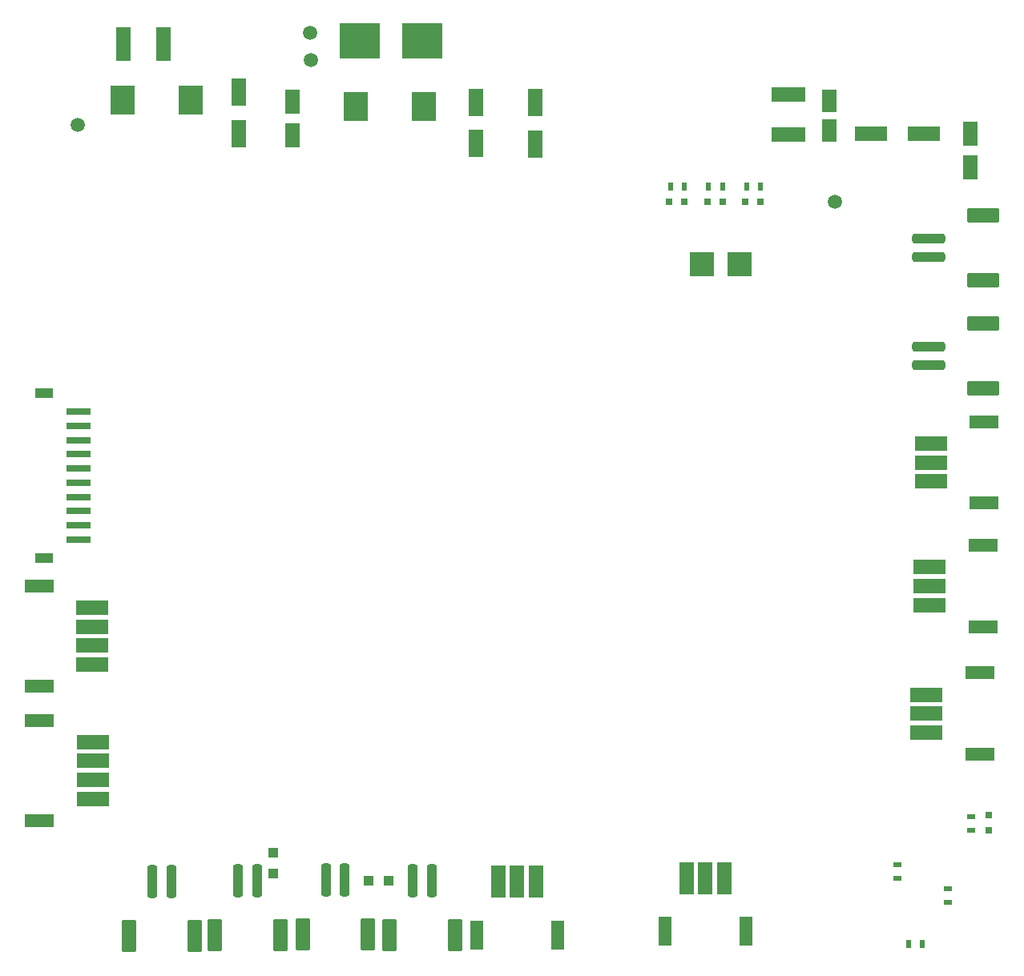
<source format=gtp>
G04*
G04 #@! TF.GenerationSoftware,Altium Limited,Altium Designer,21.3.2 (30)*
G04*
G04 Layer_Color=8421504*
%FSTAX25Y25*%
%MOIN*%
G70*
G04*
G04 #@! TF.SameCoordinates,EB2CAA8E-72F9-4FA4-A601-E6806EDF6347*
G04*
G04*
G04 #@! TF.FilePolarity,Positive*
G04*
G01*
G75*
%ADD16R,0.13386X0.05906*%
%ADD17R,0.12205X0.05512*%
G04:AMPARAMS|DCode=18|XSize=59.06mil|YSize=133.86mil|CornerRadius=7.38mil|HoleSize=0mil|Usage=FLASHONLY|Rotation=180.000|XOffset=0mil|YOffset=0mil|HoleType=Round|Shape=RoundedRectangle|*
%AMROUNDEDRECTD18*
21,1,0.05906,0.11909,0,0,180.0*
21,1,0.04429,0.13386,0,0,180.0*
1,1,0.01476,-0.02215,0.05955*
1,1,0.01476,0.02215,0.05955*
1,1,0.01476,0.02215,-0.05955*
1,1,0.01476,-0.02215,-0.05955*
%
%ADD18ROUNDEDRECTD18*%
G04:AMPARAMS|DCode=19|XSize=39.37mil|YSize=137.8mil|CornerRadius=9.84mil|HoleSize=0mil|Usage=FLASHONLY|Rotation=180.000|XOffset=0mil|YOffset=0mil|HoleType=Round|Shape=RoundedRectangle|*
%AMROUNDEDRECTD19*
21,1,0.03937,0.11811,0,0,180.0*
21,1,0.01968,0.13780,0,0,180.0*
1,1,0.01968,-0.00984,0.05906*
1,1,0.01968,0.00984,0.05906*
1,1,0.01968,0.00984,-0.05906*
1,1,0.01968,-0.00984,-0.05906*
%
%ADD19ROUNDEDRECTD19*%
%ADD20R,0.03937X0.03937*%
%ADD21R,0.03937X0.03937*%
%ADD22R,0.07480X0.04331*%
%ADD23R,0.10236X0.02756*%
%ADD24R,0.05512X0.12205*%
%ADD25R,0.05906X0.13386*%
%ADD26R,0.03150X0.03150*%
%ADD27R,0.09843X0.09843*%
%ADD28R,0.06299X0.10236*%
%ADD29R,0.06299X0.11811*%
%ADD30R,0.09843X0.12402*%
%ADD31C,0.05906*%
G04:AMPARAMS|DCode=32|XSize=39.37mil|YSize=137.8mil|CornerRadius=9.84mil|HoleSize=0mil|Usage=FLASHONLY|Rotation=270.000|XOffset=0mil|YOffset=0mil|HoleType=Round|Shape=RoundedRectangle|*
%AMROUNDEDRECTD32*
21,1,0.03937,0.11811,0,0,270.0*
21,1,0.01968,0.13780,0,0,270.0*
1,1,0.01968,-0.05906,-0.00984*
1,1,0.01968,-0.05906,0.00984*
1,1,0.01968,0.05906,0.00984*
1,1,0.01968,0.05906,-0.00984*
%
%ADD32ROUNDEDRECTD32*%
%ADD33R,0.06102X0.09252*%
%ADD34R,0.13780X0.06299*%
%ADD35R,0.03543X0.02165*%
%ADD36R,0.16693X0.15000*%
%ADD37R,0.02165X0.03543*%
%ADD38R,0.03150X0.03150*%
G04:AMPARAMS|DCode=39|XSize=59.06mil|YSize=133.86mil|CornerRadius=7.38mil|HoleSize=0mil|Usage=FLASHONLY|Rotation=270.000|XOffset=0mil|YOffset=0mil|HoleType=Round|Shape=RoundedRectangle|*
%AMROUNDEDRECTD39*
21,1,0.05906,0.11909,0,0,270.0*
21,1,0.04429,0.13386,0,0,270.0*
1,1,0.01476,-0.05955,-0.02215*
1,1,0.01476,-0.05955,0.02215*
1,1,0.01476,0.05955,0.02215*
1,1,0.01476,0.05955,-0.02215*
%
%ADD39ROUNDEDRECTD39*%
%ADD40R,0.14000X0.06000*%
%ADD41R,0.06000X0.14000*%
D16*
X0161198Y0200289D02*
D03*
Y0216037D02*
D03*
Y0223911D02*
D03*
Y0208163D02*
D03*
X0161298Y0160137D02*
D03*
Y0168011D02*
D03*
Y0152263D02*
D03*
Y0144389D02*
D03*
X0509887Y0276584D02*
D03*
X0508Y0187748D02*
D03*
Y0179874D02*
D03*
Y0172D02*
D03*
X05094Y02251D02*
D03*
Y0232974D02*
D03*
Y0240848D02*
D03*
X0509887Y0292332D02*
D03*
Y0284457D02*
D03*
D17*
X0138954Y0191234D02*
D03*
Y0232966D02*
D03*
X0139054Y0135334D02*
D03*
Y0177066D02*
D03*
X0530244Y0162945D02*
D03*
Y0196803D02*
D03*
X0531644Y0249903D02*
D03*
Y0216045D02*
D03*
X0532131Y0267528D02*
D03*
Y0301387D02*
D03*
D18*
X0203646Y0087362D02*
D03*
X017648D02*
D03*
X0284769Y0087562D02*
D03*
X0311934D02*
D03*
X0248635Y00879D02*
D03*
X02758D02*
D03*
X0212056Y0087536D02*
D03*
X0239221D02*
D03*
D19*
X0186126Y011D02*
D03*
X0194D02*
D03*
X0302289Y01102D02*
D03*
X0294415D02*
D03*
X0266154Y0110538D02*
D03*
X025828D02*
D03*
X0229576Y0110174D02*
D03*
X0221702D02*
D03*
D20*
X02759Y01104D02*
D03*
X02844D02*
D03*
D21*
X02364Y01133D02*
D03*
Y01218D02*
D03*
D22*
X014113Y0244712D02*
D03*
Y0313216D02*
D03*
D23*
X01555Y0270106D02*
D03*
Y0276011D02*
D03*
Y0293728D02*
D03*
Y0299633D02*
D03*
Y0305539D02*
D03*
Y0287822D02*
D03*
Y0281916D02*
D03*
Y02642D02*
D03*
Y0258295D02*
D03*
Y0252389D02*
D03*
D24*
X03548Y00876D02*
D03*
X0320942D02*
D03*
X0399268Y0089173D02*
D03*
X0433126D02*
D03*
D25*
X0329997Y0109844D02*
D03*
X0337871D02*
D03*
X0345745D02*
D03*
X0424071Y0111417D02*
D03*
X0416197D02*
D03*
X0408323D02*
D03*
D26*
X0401088Y0392818D02*
D03*
X0416938D02*
D03*
X0432788D02*
D03*
X0407387D02*
D03*
X0423237D02*
D03*
X0439087D02*
D03*
D27*
X0430511Y03668D02*
D03*
X0414763D02*
D03*
D28*
X02443Y0434787D02*
D03*
X05264Y0421378D02*
D03*
X02443Y0420613D02*
D03*
X05264Y0407205D02*
D03*
D29*
X02219Y04386D02*
D03*
X03208Y0434461D02*
D03*
X03453Y04344D02*
D03*
X02219Y0421277D02*
D03*
X03208Y0417139D02*
D03*
X03453Y0417077D02*
D03*
D30*
X0202054Y0435424D02*
D03*
X0299Y04325D02*
D03*
X0173708Y0435424D02*
D03*
X0270654Y04325D02*
D03*
D31*
X0252Y04519D02*
D03*
X02518Y04632D02*
D03*
X047Y03928D02*
D03*
X0155092Y042506D02*
D03*
D32*
X0508902Y0332718D02*
D03*
Y0377676D02*
D03*
Y0324844D02*
D03*
Y0369801D02*
D03*
D33*
X04677Y0435098D02*
D03*
Y04225D02*
D03*
D34*
X0506924Y04214D02*
D03*
X0484876D02*
D03*
D35*
X0496Y0117D02*
D03*
Y0111291D02*
D03*
X0517172Y0107D02*
D03*
Y0101291D02*
D03*
X05266Y0131417D02*
D03*
Y0137126D02*
D03*
D36*
X0272426Y046D02*
D03*
X02983D02*
D03*
D37*
X0417529Y0399418D02*
D03*
X0423237D02*
D03*
X0433379D02*
D03*
X0439087D02*
D03*
X0401679D02*
D03*
X0407387D02*
D03*
X05065Y00841D02*
D03*
X0500791D02*
D03*
D38*
X05339Y0131417D02*
D03*
Y0137716D02*
D03*
D39*
X053154Y0342364D02*
D03*
Y0315198D02*
D03*
Y0387321D02*
D03*
Y0360156D02*
D03*
D40*
X04507Y0437641D02*
D03*
Y04211D02*
D03*
D41*
X0174Y04587D02*
D03*
X0190541D02*
D03*
M02*

</source>
